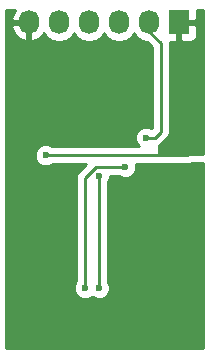
<source format=gbr>
G04 #@! TF.FileFunction,Copper,L2,Bot,Signal*
%FSLAX46Y46*%
G04 Gerber Fmt 4.6, Leading zero omitted, Abs format (unit mm)*
G04 Created by KiCad (PCBNEW 4.0.2-stable) date 9/4/2016 3:07:34 AM*
%MOMM*%
G01*
G04 APERTURE LIST*
%ADD10C,0.100000*%
%ADD11R,1.727200X2.032000*%
%ADD12O,1.727200X2.032000*%
%ADD13C,0.600000*%
%ADD14C,0.250000*%
%ADD15C,0.254000*%
G04 APERTURE END LIST*
D10*
D11*
X155290000Y-111750000D03*
D12*
X152750000Y-111750000D03*
X150210000Y-111750000D03*
X147670000Y-111750000D03*
X145130000Y-111750000D03*
X142590000Y-111750000D03*
D13*
X144000000Y-123000000D03*
X156500000Y-122000000D03*
X156500000Y-119000000D03*
X156500000Y-116000000D03*
X149553087Y-135468309D03*
X152750000Y-118500000D03*
X152750000Y-120000000D03*
X155250000Y-138000000D03*
X155750000Y-125500000D03*
X141750000Y-125500000D03*
X143500000Y-116250000D03*
X152500000Y-121500000D03*
X148500000Y-134249998D03*
X148500000Y-124750000D03*
X147300000Y-134250000D03*
X150750000Y-124000000D03*
D14*
X156500000Y-122000000D02*
X156500000Y-122500000D01*
X156500000Y-122500000D02*
X156000000Y-123000000D01*
X156000000Y-123000000D02*
X144000000Y-123000000D01*
X155160000Y-111750000D02*
X155160000Y-111902400D01*
X155250000Y-138000000D02*
X155549999Y-137700001D01*
X143500000Y-116250000D02*
X143799999Y-115950001D01*
X141750000Y-114420000D02*
X141750000Y-115250000D01*
X142460000Y-113710000D02*
X141750000Y-114420000D01*
X142460000Y-111750000D02*
X142460000Y-113710000D01*
X153250000Y-121500000D02*
X152750000Y-121500000D01*
X152500000Y-121500000D02*
X152750000Y-121500000D01*
X153750000Y-121000000D02*
X153250000Y-121500000D01*
X153750000Y-113500000D02*
X153750000Y-121000000D01*
X152620000Y-112370000D02*
X153750000Y-113500000D01*
X152620000Y-111750000D02*
X152620000Y-112370000D01*
X148500000Y-124750000D02*
X148500000Y-134249998D01*
X147300000Y-124950000D02*
X147300000Y-133825736D01*
X148250000Y-124000000D02*
X147300000Y-124950000D01*
X150750000Y-124000000D02*
X148250000Y-124000000D01*
X147300000Y-133825736D02*
X147300000Y-134250000D01*
D15*
G36*
X141298046Y-110835680D02*
X141104816Y-111388087D01*
X141249076Y-111623000D01*
X142463000Y-111623000D01*
X142463000Y-111603000D01*
X142717000Y-111603000D01*
X142717000Y-111623000D01*
X142737000Y-111623000D01*
X142737000Y-111877000D01*
X142717000Y-111877000D01*
X142717000Y-113236217D01*
X142949026Y-113357358D01*
X142964791Y-113354709D01*
X143492036Y-113100732D01*
X143863539Y-112684931D01*
X144070330Y-112994415D01*
X144556511Y-113319271D01*
X145130000Y-113433345D01*
X145703489Y-113319271D01*
X146189670Y-112994415D01*
X146400000Y-112679634D01*
X146610330Y-112994415D01*
X147096511Y-113319271D01*
X147670000Y-113433345D01*
X148243489Y-113319271D01*
X148729670Y-112994415D01*
X148940000Y-112679634D01*
X149150330Y-112994415D01*
X149636511Y-113319271D01*
X150210000Y-113433345D01*
X150783489Y-113319271D01*
X151269670Y-112994415D01*
X151480000Y-112679634D01*
X151690330Y-112994415D01*
X152176511Y-113319271D01*
X152573419Y-113398221D01*
X152990000Y-113814802D01*
X152990000Y-120685198D01*
X152985856Y-120689342D01*
X152686799Y-120565162D01*
X152314833Y-120564838D01*
X151971057Y-120706883D01*
X151707808Y-120969673D01*
X151565162Y-121313201D01*
X151564838Y-121685167D01*
X151706883Y-122028943D01*
X151917572Y-122240000D01*
X144562463Y-122240000D01*
X144530327Y-122207808D01*
X144186799Y-122065162D01*
X143814833Y-122064838D01*
X143471057Y-122206883D01*
X143207808Y-122469673D01*
X143065162Y-122813201D01*
X143064838Y-123185167D01*
X143206883Y-123528943D01*
X143469673Y-123792192D01*
X143813201Y-123934838D01*
X144185167Y-123935162D01*
X144528943Y-123793117D01*
X144562118Y-123760000D01*
X147415198Y-123760000D01*
X146762599Y-124412599D01*
X146597852Y-124659161D01*
X146540000Y-124950000D01*
X146540000Y-133687537D01*
X146507808Y-133719673D01*
X146365162Y-134063201D01*
X146364838Y-134435167D01*
X146506883Y-134778943D01*
X146769673Y-135042192D01*
X147113201Y-135184838D01*
X147485167Y-135185162D01*
X147828943Y-135043117D01*
X147899894Y-134972289D01*
X147969673Y-135042190D01*
X148313201Y-135184836D01*
X148685167Y-135185160D01*
X149028943Y-135043115D01*
X149292192Y-134780325D01*
X149434838Y-134436797D01*
X149435162Y-134064831D01*
X149293117Y-133721055D01*
X149260000Y-133687880D01*
X149260000Y-125312463D01*
X149292192Y-125280327D01*
X149434838Y-124936799D01*
X149434992Y-124760000D01*
X150187537Y-124760000D01*
X150219673Y-124792192D01*
X150563201Y-124934838D01*
X150935167Y-124935162D01*
X151278943Y-124793117D01*
X151542192Y-124530327D01*
X151684838Y-124186799D01*
X151685162Y-123814833D01*
X151662506Y-123760000D01*
X156000000Y-123760000D01*
X156290839Y-123702148D01*
X156403306Y-123627000D01*
X157315000Y-123627000D01*
X157315000Y-139315000D01*
X140685000Y-139315000D01*
X140685000Y-112111913D01*
X141104816Y-112111913D01*
X141298046Y-112664320D01*
X141687964Y-113100732D01*
X142215209Y-113354709D01*
X142230974Y-113357358D01*
X142463000Y-113236217D01*
X142463000Y-111877000D01*
X141249076Y-111877000D01*
X141104816Y-112111913D01*
X140685000Y-112111913D01*
X140685000Y-110685000D01*
X141432673Y-110685000D01*
X141298046Y-110835680D01*
X141298046Y-110835680D01*
G37*
X141298046Y-110835680D02*
X141104816Y-111388087D01*
X141249076Y-111623000D01*
X142463000Y-111623000D01*
X142463000Y-111603000D01*
X142717000Y-111603000D01*
X142717000Y-111623000D01*
X142737000Y-111623000D01*
X142737000Y-111877000D01*
X142717000Y-111877000D01*
X142717000Y-113236217D01*
X142949026Y-113357358D01*
X142964791Y-113354709D01*
X143492036Y-113100732D01*
X143863539Y-112684931D01*
X144070330Y-112994415D01*
X144556511Y-113319271D01*
X145130000Y-113433345D01*
X145703489Y-113319271D01*
X146189670Y-112994415D01*
X146400000Y-112679634D01*
X146610330Y-112994415D01*
X147096511Y-113319271D01*
X147670000Y-113433345D01*
X148243489Y-113319271D01*
X148729670Y-112994415D01*
X148940000Y-112679634D01*
X149150330Y-112994415D01*
X149636511Y-113319271D01*
X150210000Y-113433345D01*
X150783489Y-113319271D01*
X151269670Y-112994415D01*
X151480000Y-112679634D01*
X151690330Y-112994415D01*
X152176511Y-113319271D01*
X152573419Y-113398221D01*
X152990000Y-113814802D01*
X152990000Y-120685198D01*
X152985856Y-120689342D01*
X152686799Y-120565162D01*
X152314833Y-120564838D01*
X151971057Y-120706883D01*
X151707808Y-120969673D01*
X151565162Y-121313201D01*
X151564838Y-121685167D01*
X151706883Y-122028943D01*
X151917572Y-122240000D01*
X144562463Y-122240000D01*
X144530327Y-122207808D01*
X144186799Y-122065162D01*
X143814833Y-122064838D01*
X143471057Y-122206883D01*
X143207808Y-122469673D01*
X143065162Y-122813201D01*
X143064838Y-123185167D01*
X143206883Y-123528943D01*
X143469673Y-123792192D01*
X143813201Y-123934838D01*
X144185167Y-123935162D01*
X144528943Y-123793117D01*
X144562118Y-123760000D01*
X147415198Y-123760000D01*
X146762599Y-124412599D01*
X146597852Y-124659161D01*
X146540000Y-124950000D01*
X146540000Y-133687537D01*
X146507808Y-133719673D01*
X146365162Y-134063201D01*
X146364838Y-134435167D01*
X146506883Y-134778943D01*
X146769673Y-135042192D01*
X147113201Y-135184838D01*
X147485167Y-135185162D01*
X147828943Y-135043117D01*
X147899894Y-134972289D01*
X147969673Y-135042190D01*
X148313201Y-135184836D01*
X148685167Y-135185160D01*
X149028943Y-135043115D01*
X149292192Y-134780325D01*
X149434838Y-134436797D01*
X149435162Y-134064831D01*
X149293117Y-133721055D01*
X149260000Y-133687880D01*
X149260000Y-125312463D01*
X149292192Y-125280327D01*
X149434838Y-124936799D01*
X149434992Y-124760000D01*
X150187537Y-124760000D01*
X150219673Y-124792192D01*
X150563201Y-124934838D01*
X150935167Y-124935162D01*
X151278943Y-124793117D01*
X151542192Y-124530327D01*
X151684838Y-124186799D01*
X151685162Y-123814833D01*
X151662506Y-123760000D01*
X156000000Y-123760000D01*
X156290839Y-123702148D01*
X156403306Y-123627000D01*
X157315000Y-123627000D01*
X157315000Y-139315000D01*
X140685000Y-139315000D01*
X140685000Y-112111913D01*
X141104816Y-112111913D01*
X141298046Y-112664320D01*
X141687964Y-113100732D01*
X142215209Y-113354709D01*
X142230974Y-113357358D01*
X142463000Y-113236217D01*
X142463000Y-111877000D01*
X141249076Y-111877000D01*
X141104816Y-112111913D01*
X140685000Y-112111913D01*
X140685000Y-110685000D01*
X141432673Y-110685000D01*
X141298046Y-110835680D01*
G36*
X157315000Y-122873000D02*
X153627000Y-122873000D01*
X153627000Y-122144577D01*
X153787401Y-122037401D01*
X154287401Y-121537401D01*
X154452148Y-121290839D01*
X154510000Y-121000000D01*
X154510000Y-113500000D01*
X154496741Y-113433345D01*
X154490308Y-113401000D01*
X155004250Y-113401000D01*
X155163000Y-113242250D01*
X155163000Y-111877000D01*
X155417000Y-111877000D01*
X155417000Y-113242250D01*
X155575750Y-113401000D01*
X156279910Y-113401000D01*
X156513299Y-113304327D01*
X156691927Y-113125698D01*
X156788600Y-112892309D01*
X156788600Y-112035750D01*
X156629850Y-111877000D01*
X155417000Y-111877000D01*
X155163000Y-111877000D01*
X155143000Y-111877000D01*
X155143000Y-111623000D01*
X155163000Y-111623000D01*
X155163000Y-111603000D01*
X155417000Y-111603000D01*
X155417000Y-111623000D01*
X156629850Y-111623000D01*
X156788600Y-111464250D01*
X156788600Y-110685000D01*
X157315000Y-110685000D01*
X157315000Y-122873000D01*
X157315000Y-122873000D01*
G37*
X157315000Y-122873000D02*
X153627000Y-122873000D01*
X153627000Y-122144577D01*
X153787401Y-122037401D01*
X154287401Y-121537401D01*
X154452148Y-121290839D01*
X154510000Y-121000000D01*
X154510000Y-113500000D01*
X154496741Y-113433345D01*
X154490308Y-113401000D01*
X155004250Y-113401000D01*
X155163000Y-113242250D01*
X155163000Y-111877000D01*
X155417000Y-111877000D01*
X155417000Y-113242250D01*
X155575750Y-113401000D01*
X156279910Y-113401000D01*
X156513299Y-113304327D01*
X156691927Y-113125698D01*
X156788600Y-112892309D01*
X156788600Y-112035750D01*
X156629850Y-111877000D01*
X155417000Y-111877000D01*
X155163000Y-111877000D01*
X155143000Y-111877000D01*
X155143000Y-111623000D01*
X155163000Y-111623000D01*
X155163000Y-111603000D01*
X155417000Y-111603000D01*
X155417000Y-111623000D01*
X156629850Y-111623000D01*
X156788600Y-111464250D01*
X156788600Y-110685000D01*
X157315000Y-110685000D01*
X157315000Y-122873000D01*
M02*

</source>
